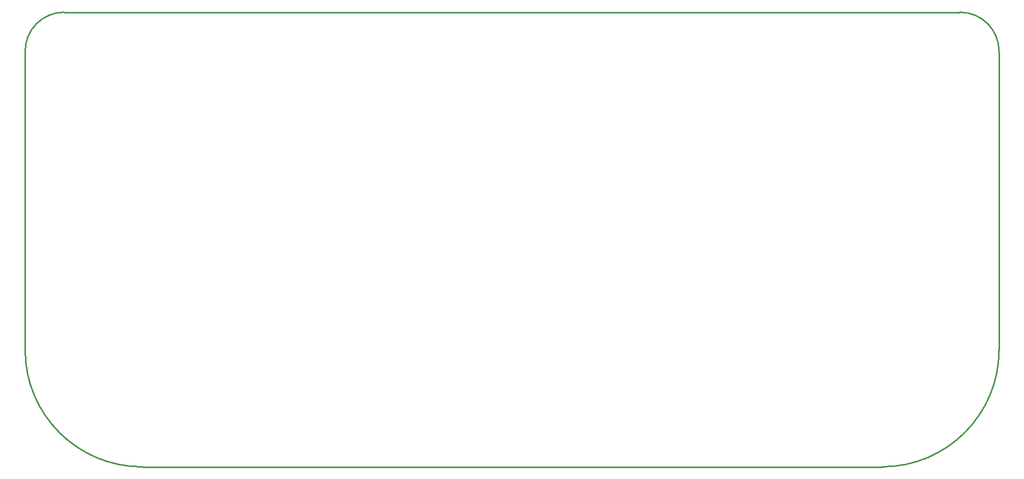
<source format=gko>
G04*
G04 #@! TF.GenerationSoftware,Altium Limited,Altium Designer,23.7.1 (13)*
G04*
G04 Layer_Color=16711935*
%FSLAX44Y44*%
%MOMM*%
G71*
G04*
G04 #@! TF.SameCoordinates,53C910CC-7849-4C62-84ED-885E7FD34011*
G04*
G04*
G04 #@! TF.FilePolarity,Positive*
G04*
G01*
G75*
%ADD12C,0.2540*%
D12*
X1583690Y87630D02*
G03*
X1774190Y278130I0J190500D01*
G01*
X187960D02*
G03*
X378460Y87630I190500J0D01*
G01*
X1774190Y765810D02*
G03*
X1710690Y829310I-63500J0D01*
G01*
X251460D02*
G03*
X187960Y765810I0J-63500D01*
G01*
X1774190Y278130D02*
Y765810D01*
X187960Y278130D02*
Y765810D01*
X378460Y87630D02*
X1583690D01*
X251460Y829310D02*
X1710690D01*
M02*

</source>
